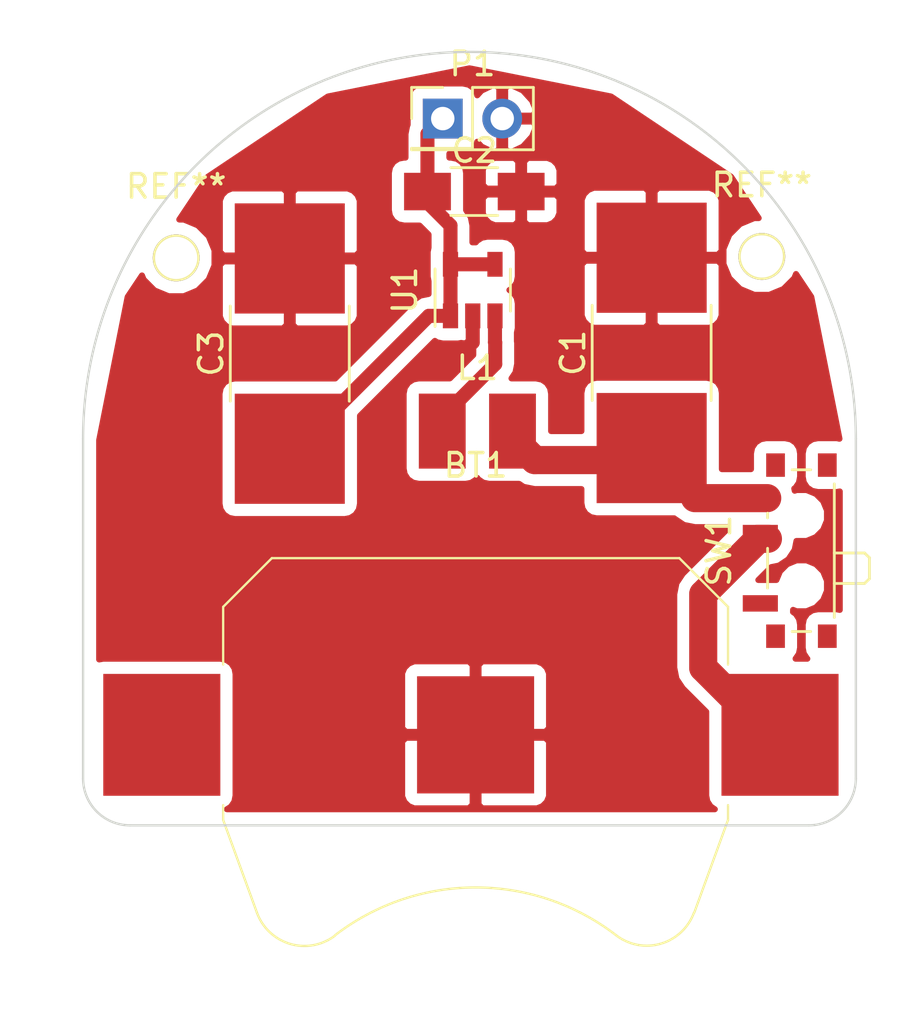
<source format=kicad_pcb>
(kicad_pcb (version 4) (host pcbnew 4.0.1-stable)

  (general
    (links 15)
    (no_connects 1)
    (area 128.45288 86.28888 167.57672 134.252641)
    (thickness 1.6)
    (drawings 6)
    (tracks 25)
    (zones 0)
    (modules 10)
    (nets 6)
  )

  (page A4)
  (layers
    (0 F.Cu signal)
    (31 B.Cu signal)
    (32 B.Adhes user)
    (33 F.Adhes user)
    (34 B.Paste user)
    (35 F.Paste user)
    (36 B.SilkS user)
    (37 F.SilkS user)
    (38 B.Mask user)
    (39 F.Mask user)
    (40 Dwgs.User user)
    (41 Cmts.User user)
    (42 Eco1.User user)
    (43 Eco2.User user)
    (44 Edge.Cuts user)
    (45 Margin user)
    (46 B.CrtYd user)
    (47 F.CrtYd user)
    (48 B.Fab user)
    (49 F.Fab user)
  )

  (setup
    (last_trace_width 0.6)
    (trace_clearance 0.2)
    (zone_clearance 0.508)
    (zone_45_only no)
    (trace_min 0.2)
    (segment_width 0.2)
    (edge_width 0.15)
    (via_size 0.6)
    (via_drill 0.4)
    (via_min_size 0.4)
    (via_min_drill 0.3)
    (uvia_size 0.3)
    (uvia_drill 0.1)
    (uvias_allowed no)
    (uvia_min_size 0.2)
    (uvia_min_drill 0.1)
    (pcb_text_width 0.3)
    (pcb_text_size 1.5 1.5)
    (mod_edge_width 0.15)
    (mod_text_size 1 1)
    (mod_text_width 0.15)
    (pad_size 2 2)
    (pad_drill 1.8)
    (pad_to_mask_clearance 0.2)
    (aux_axis_origin 0 0)
    (visible_elements FFFFFF7F)
    (pcbplotparams
      (layerselection 0x01000_00000001)
      (usegerberextensions false)
      (excludeedgelayer true)
      (linewidth 0.020000)
      (plotframeref false)
      (viasonmask false)
      (mode 1)
      (useauxorigin false)
      (hpglpennumber 1)
      (hpglpenspeed 20)
      (hpglpendiameter 15)
      (hpglpenoverlay 2)
      (psnegative false)
      (psa4output false)
      (plotreference true)
      (plotvalue true)
      (plotinvisibletext false)
      (padsonsilk false)
      (subtractmaskfromsilk false)
      (outputformat 1)
      (mirror false)
      (drillshape 0)
      (scaleselection 1)
      (outputdirectory ""))
  )

  (net 0 "")
  (net 1 GND)
  (net 2 VCC)
  (net 3 LX)
  (net 4 VOUT)
  (net 5 3V)

  (net_class Default "This is the default net class."
    (clearance 0.2)
    (trace_width 0.6)
    (via_dia 0.6)
    (via_drill 0.4)
    (uvia_dia 0.3)
    (uvia_drill 0.1)
    (add_net LX)
    (add_net VOUT)
  )

  (net_class POWER ""
    (clearance 0.1)
    (trace_width 0.6)
    (via_dia 0.8)
    (via_drill 0.4)
    (uvia_dia 0.3)
    (uvia_drill 0.1)
    (add_net 3V)
    (add_net GND)
    (add_net VCC)
  )

  (module battery:STL2032HLD-A (layer F.Cu) (tedit 5A87A8FB) (tstamp 5A83F62F)
    (at 148.76272 117.64264)
    (descr "Keystone 3034 SMD battery holder for 2020, 2025 and 2032 coincell batteries. http://www.keyelco.com/product-pdf.cfm?p=798")
    (tags "Keystone type 3034 coin cell retainer")
    (path /5A77DB37)
    (attr smd)
    (fp_text reference BT1 (at 0 -11.5) (layer F.SilkS)
      (effects (font (size 1 1) (thickness 0.15)))
    )
    (fp_text value BATTERY (at 0 11.5) (layer F.Fab)
      (effects (font (size 1 1) (thickness 0.15)))
    )
    (fp_text user %R (at 0 -2.9) (layer F.Fab)
      (effects (font (size 1 1) (thickness 0.15)))
    )
    (fp_circle (center 0 0) (end 0 10.25) (layer Dwgs.User) (width 0.15))
    (fp_arc (start 0 16.36) (end 6 8.55) (angle -75.1) (layer F.SilkS) (width 0.1))
    (fp_arc (start -7.31 6.85) (end -9.34 7.58) (angle -107.5) (layer F.SilkS) (width 0.1))
    (fp_line (start -10.78 3.63) (end -9.34 7.58) (layer F.SilkS) (width 0.1))
    (fp_line (start -8.7 -7.54) (end -10.78 -5.46) (layer F.SilkS) (width 0.1))
    (fp_line (start 8.7 -7.54) (end -8.7 -7.54) (layer F.SilkS) (width 0.1))
    (fp_line (start 8.7 -7.54) (end 10.78 -5.46) (layer F.SilkS) (width 0.1))
    (fp_line (start 10.78 3.63) (end 9.34 7.58) (layer F.SilkS) (width 0.1))
    (fp_arc (start 7.31 6.85) (end 6 8.55) (angle -107.5) (layer F.SilkS) (width 0.1))
    (fp_line (start -10.78 -5.46) (end -10.78 -3) (layer F.SilkS) (width 0.1))
    (fp_line (start -10.78 3) (end -10.78 3.63) (layer F.SilkS) (width 0.1))
    (fp_line (start 10.78 -5.46) (end 10.78 -3) (layer F.SilkS) (width 0.1))
    (fp_line (start 10.78 3) (end 10.78 3.63) (layer F.SilkS) (width 0.1))
    (fp_line (start -9.19 7.53) (end -10.63 3.6) (layer F.Fab) (width 0.1))
    (fp_line (start -10.63 3.6) (end -10.63 -5.4) (layer F.Fab) (width 0.1))
    (fp_line (start -10.63 -5.4) (end -8.64 -7.39) (layer F.Fab) (width 0.1))
    (fp_line (start -8.64 -7.39) (end 8.64 -7.39) (layer F.Fab) (width 0.1))
    (fp_line (start 8.64 -7.39) (end 10.63 -5.4) (layer F.Fab) (width 0.1))
    (fp_line (start 10.63 -5.4) (end 10.63 3.6) (layer F.Fab) (width 0.1))
    (fp_line (start 10.63 3.6) (end 9.19 7.53) (layer F.Fab) (width 0.1))
    (fp_arc (start 7.31 6.85) (end 6.1 8.43) (angle -107.5) (layer F.Fab) (width 0.1))
    (fp_arc (start 0 16.36) (end 6.1 8.43) (angle -75.1) (layer F.Fab) (width 0.1))
    (fp_arc (start -7.31 6.85) (end -9.19 7.53) (angle -107.5) (layer F.Fab) (width 0.1))
    (fp_line (start 11.87 -2.79) (end 10.88 -2.79) (layer F.CrtYd) (width 0.05))
    (fp_line (start 10.88 -2.79) (end 10.88 -5.5) (layer F.CrtYd) (width 0.05))
    (fp_line (start 10.88 -5.5) (end 8.74 -7.64) (layer F.CrtYd) (width 0.05))
    (fp_line (start 8.74 -7.64) (end 7.2 -7.64) (layer F.CrtYd) (width 0.05))
    (fp_arc (start 0 0) (end 7.2 -7.64) (angle -86.6) (layer F.CrtYd) (width 0.05))
    (fp_line (start -7.2 -7.64) (end -8.74 -7.64) (layer F.CrtYd) (width 0.05))
    (fp_line (start -8.74 -7.64) (end -10.88 -5.5) (layer F.CrtYd) (width 0.05))
    (fp_line (start -10.88 -5.5) (end -10.88 -2.79) (layer F.CrtYd) (width 0.05))
    (fp_line (start -10.88 -2.79) (end -11.87 -2.79) (layer F.CrtYd) (width 0.05))
    (fp_line (start -11.87 -2.79) (end -11.87 2.79) (layer F.CrtYd) (width 0.05))
    (fp_line (start -11.87 2.79) (end -10.88 2.79) (layer F.CrtYd) (width 0.05))
    (fp_line (start -10.88 2.79) (end -10.88 3.64) (layer F.CrtYd) (width 0.05))
    (fp_line (start -10.88 3.64) (end -9.44 7.62) (layer F.CrtYd) (width 0.05))
    (fp_arc (start -7.31 6.85) (end -9.43 7.62) (angle -106.9) (layer F.CrtYd) (width 0.05))
    (fp_arc (start 0 0) (end -5.96 8.64) (angle -69.1) (layer F.CrtYd) (width 0.05))
    (fp_arc (start 7.31 6.85) (end 5.96 8.64) (angle -106.9) (layer F.CrtYd) (width 0.05))
    (fp_line (start 9.43 7.63) (end 10.88 3.64) (layer F.CrtYd) (width 0.05))
    (fp_line (start 10.88 3.64) (end 10.88 2.79) (layer F.CrtYd) (width 0.05))
    (fp_line (start 10.88 2.79) (end 11.87 2.79) (layer F.CrtYd) (width 0.05))
    (fp_line (start 11.87 2.79) (end 11.87 -2.79) (layer F.CrtYd) (width 0.05))
    (pad 2 smd rect (at 0 0) (size 5 5) (layers F.Cu F.Paste F.Mask)
      (net 1 GND))
    (pad 1 smd rect (at 13 0) (size 5 5.2) (layers F.Cu F.Paste F.Mask)
      (net 2 VCC))
    (pad 1 smd rect (at -13.4 0) (size 5 5.2) (layers F.Cu F.Paste F.Mask)
      (net 2 VCC))
    (model ${KISYS3DMOD}/Battery_Holders.3dshapes/Keystone_3034_1x20mm-CoinCell.wrl
      (at (xyz 0 0 0))
      (scale (xyz 1 1 1))
      (rotate (xyz 0 0 0))
    )
  )

  (module Connectors:1pin (layer F.Cu) (tedit 5A86D21A) (tstamp 5A8AB55B)
    (at 135.97636 97.29216)
    (descr "module 1 pin (ou trou mecanique de percage)")
    (tags DEV)
    (fp_text reference REF** (at 0 -3.048) (layer F.SilkS)
      (effects (font (size 1 1) (thickness 0.15)))
    )
    (fp_text value 1pin (at 0 3) (layer F.Fab)
      (effects (font (size 1 1) (thickness 0.15)))
    )
    (pad "" np_thru_hole circle (at 0 0) (size 2 2) (drill 1.8) (layers *.Cu *.Mask F.SilkS))
  )

  (module Connectors:1pin (layer F.Cu) (tedit 5A86D1DC) (tstamp 5A8AB553)
    (at 160.9852 97.2312)
    (descr "module 1 pin (ou trou mecanique de percage)")
    (tags DEV)
    (fp_text reference REF** (at 0 -3.048) (layer F.SilkS)
      (effects (font (size 1 1) (thickness 0.15)))
    )
    (fp_text value 1pin (at 0 3) (layer F.Fab)
      (effects (font (size 1 1) (thickness 0.15)))
    )
    (pad "" np_thru_hole circle (at 0 0) (size 2 2) (drill 1.8) (layers *.Cu *.Mask F.SilkS))
  )

  (module Resistors_SMD:R_2816_HandSoldering (layer F.Cu) (tedit 58E0A804) (tstamp 5A83F0C7)
    (at 156.28112 101.346 90)
    (descr "Resistor SMD 2816, hand soldering, Vishay (see WSL-VISHAY.PDF)")
    (tags "resistor 2816")
    (path /5A83D013)
    (attr smd)
    (fp_text reference C1 (at 0 -3.36 90) (layer F.SilkS)
      (effects (font (size 1 1) (thickness 0.15)))
    )
    (fp_text value 47uF (at 0 3.81 90) (layer F.Fab)
      (effects (font (size 1 1) (thickness 0.15)))
    )
    (fp_text user %R (at 0 0 90) (layer F.Fab)
      (effects (font (size 1 1) (thickness 0.15)))
    )
    (fp_line (start -3.55 2.1) (end -3.55 -2.1) (layer F.Fab) (width 0.1))
    (fp_line (start 3.55 2.1) (end -3.55 2.1) (layer F.Fab) (width 0.1))
    (fp_line (start 3.55 -2.1) (end 3.55 2.1) (layer F.Fab) (width 0.1))
    (fp_line (start -3.55 -2.1) (end 3.55 -2.1) (layer F.Fab) (width 0.1))
    (fp_line (start -2.03 2.54) (end 2.03 2.54) (layer F.SilkS) (width 0.12))
    (fp_line (start -2.03 -2.54) (end 2.03 -2.54) (layer F.SilkS) (width 0.12))
    (fp_line (start -6.67 -2.6) (end 6.66 -2.6) (layer F.CrtYd) (width 0.05))
    (fp_line (start -6.67 -2.6) (end -6.67 2.6) (layer F.CrtYd) (width 0.05))
    (fp_line (start 6.66 2.6) (end 6.66 -2.6) (layer F.CrtYd) (width 0.05))
    (fp_line (start 6.66 2.6) (end -6.67 2.6) (layer F.CrtYd) (width 0.05))
    (pad 1 smd rect (at -4.06 0 90) (size 4.7 4.7) (layers F.Cu F.Paste F.Mask)
      (net 5 3V))
    (pad 2 smd rect (at 4.06 0 90) (size 4.7 4.7) (layers F.Cu F.Paste F.Mask)
      (net 1 GND))
    (model ${KISYS3DMOD}/Resistors_SMD.3dshapes/R_2816.wrl
      (at (xyz 0 0 0))
      (scale (xyz 1 1 1))
      (rotate (xyz 0 0 0))
    )
  )

  (module Capacitors_SMD:C_1206_HandSoldering (layer F.Cu) (tedit 58AA84D1) (tstamp 5A83F0CD)
    (at 148.70836 94.4626)
    (descr "Capacitor SMD 1206, hand soldering")
    (tags "capacitor 1206")
    (path /5A83E63B)
    (attr smd)
    (fp_text reference C2 (at 0 -1.75) (layer F.SilkS)
      (effects (font (size 1 1) (thickness 0.15)))
    )
    (fp_text value 0.1uF (at 0 2) (layer F.Fab)
      (effects (font (size 1 1) (thickness 0.15)))
    )
    (fp_text user %R (at 0 -1.75) (layer F.Fab)
      (effects (font (size 1 1) (thickness 0.15)))
    )
    (fp_line (start -1.6 0.8) (end -1.6 -0.8) (layer F.Fab) (width 0.1))
    (fp_line (start 1.6 0.8) (end -1.6 0.8) (layer F.Fab) (width 0.1))
    (fp_line (start 1.6 -0.8) (end 1.6 0.8) (layer F.Fab) (width 0.1))
    (fp_line (start -1.6 -0.8) (end 1.6 -0.8) (layer F.Fab) (width 0.1))
    (fp_line (start 1 -1.02) (end -1 -1.02) (layer F.SilkS) (width 0.12))
    (fp_line (start -1 1.02) (end 1 1.02) (layer F.SilkS) (width 0.12))
    (fp_line (start -3.25 -1.05) (end 3.25 -1.05) (layer F.CrtYd) (width 0.05))
    (fp_line (start -3.25 -1.05) (end -3.25 1.05) (layer F.CrtYd) (width 0.05))
    (fp_line (start 3.25 1.05) (end 3.25 -1.05) (layer F.CrtYd) (width 0.05))
    (fp_line (start 3.25 1.05) (end -3.25 1.05) (layer F.CrtYd) (width 0.05))
    (pad 1 smd rect (at -2 0) (size 2 1.6) (layers F.Cu F.Paste F.Mask)
      (net 4 VOUT))
    (pad 2 smd rect (at 2 0) (size 2 1.6) (layers F.Cu F.Paste F.Mask)
      (net 1 GND))
    (model Capacitors_SMD.3dshapes/C_1206.wrl
      (at (xyz 0 0 0))
      (scale (xyz 1 1 1))
      (rotate (xyz 0 0 0))
    )
  )

  (module Resistors_SMD:R_2816_HandSoldering (layer F.Cu) (tedit 58E0A804) (tstamp 5A83F0D3)
    (at 140.82776 101.37648 90)
    (descr "Resistor SMD 2816, hand soldering, Vishay (see WSL-VISHAY.PDF)")
    (tags "resistor 2816")
    (path /5A83E675)
    (attr smd)
    (fp_text reference C3 (at 0 -3.36 90) (layer F.SilkS)
      (effects (font (size 1 1) (thickness 0.15)))
    )
    (fp_text value 47uF (at 0 3.81 90) (layer F.Fab)
      (effects (font (size 1 1) (thickness 0.15)))
    )
    (fp_text user %R (at 0 0 90) (layer F.Fab)
      (effects (font (size 1 1) (thickness 0.15)))
    )
    (fp_line (start -3.55 2.1) (end -3.55 -2.1) (layer F.Fab) (width 0.1))
    (fp_line (start 3.55 2.1) (end -3.55 2.1) (layer F.Fab) (width 0.1))
    (fp_line (start 3.55 -2.1) (end 3.55 2.1) (layer F.Fab) (width 0.1))
    (fp_line (start -3.55 -2.1) (end 3.55 -2.1) (layer F.Fab) (width 0.1))
    (fp_line (start -2.03 2.54) (end 2.03 2.54) (layer F.SilkS) (width 0.12))
    (fp_line (start -2.03 -2.54) (end 2.03 -2.54) (layer F.SilkS) (width 0.12))
    (fp_line (start -6.67 -2.6) (end 6.66 -2.6) (layer F.CrtYd) (width 0.05))
    (fp_line (start -6.67 -2.6) (end -6.67 2.6) (layer F.CrtYd) (width 0.05))
    (fp_line (start 6.66 2.6) (end 6.66 -2.6) (layer F.CrtYd) (width 0.05))
    (fp_line (start 6.66 2.6) (end -6.67 2.6) (layer F.CrtYd) (width 0.05))
    (pad 1 smd rect (at -4.06 0 90) (size 4.7 4.7) (layers F.Cu F.Paste F.Mask)
      (net 4 VOUT))
    (pad 2 smd rect (at 4.06 0 90) (size 4.7 4.7) (layers F.Cu F.Paste F.Mask)
      (net 1 GND))
    (model ${KISYS3DMOD}/Resistors_SMD.3dshapes/R_2816.wrl
      (at (xyz 0 0 0))
      (scale (xyz 1 1 1))
      (rotate (xyz 0 0 0))
    )
  )

  (module CD32:CD32 (layer F.Cu) (tedit 576F0067) (tstamp 5A83F0D9)
    (at 148.83892 104.68356 90)
    (path /5A83CF45)
    (fp_text reference L1 (at 2.7 0 180) (layer F.SilkS)
      (effects (font (size 1 1) (thickness 0.15)))
    )
    (fp_text value 22uH (at 0 -3.45 90) (layer F.Fab)
      (effects (font (size 1 1) (thickness 0.15)))
    )
    (pad 2 smd rect (at 0 1.5 90) (size 3.2 2) (layers F.Cu F.Paste F.Mask)
      (net 5 3V))
    (pad 1 smd rect (at 0 -1.5 90) (size 3.2 2) (layers F.Cu F.Paste F.Mask)
      (net 3 LX))
  )

  (module Buttons_Switches_SMD:SW_SPDT_PCM12 (layer F.Cu) (tedit 58724DAF) (tstamp 5A83F134)
    (at 162.35172 109.78388 90)
    (descr "Ultraminiature Surface Mount Slide Switch")
    (path /5A77DDB5)
    (attr smd)
    (fp_text reference SW1 (at 0 -3.2 90) (layer F.SilkS)
      (effects (font (size 1 1) (thickness 0.15)))
    )
    (fp_text value SWITCH_INV (at 0 4.25 90) (layer F.Fab)
      (effects (font (size 1 1) (thickness 0.15)))
    )
    (fp_text user %R (at 0 -3.2 90) (layer F.Fab)
      (effects (font (size 1 1) (thickness 0.15)))
    )
    (fp_line (start -1.4 1.65) (end -1.4 2.95) (layer F.Fab) (width 0.1))
    (fp_line (start -1.4 2.95) (end -1.2 3.15) (layer F.Fab) (width 0.1))
    (fp_line (start -1.2 3.15) (end -0.35 3.15) (layer F.Fab) (width 0.1))
    (fp_line (start -0.35 3.15) (end -0.15 2.95) (layer F.Fab) (width 0.1))
    (fp_line (start -0.15 2.95) (end -0.1 2.9) (layer F.Fab) (width 0.1))
    (fp_line (start -0.1 2.9) (end -0.1 1.6) (layer F.Fab) (width 0.1))
    (fp_line (start -3.35 -1) (end -3.35 1.6) (layer F.Fab) (width 0.1))
    (fp_line (start -3.35 1.6) (end 3.35 1.6) (layer F.Fab) (width 0.1))
    (fp_line (start 3.35 1.6) (end 3.35 -1) (layer F.Fab) (width 0.1))
    (fp_line (start 3.35 -1) (end -3.35 -1) (layer F.Fab) (width 0.1))
    (fp_line (start 1.4 -1.12) (end 1.6 -1.12) (layer F.SilkS) (width 0.12))
    (fp_line (start -4.4 -2.45) (end 4.4 -2.45) (layer F.CrtYd) (width 0.05))
    (fp_line (start 4.4 -2.45) (end 4.4 2.1) (layer F.CrtYd) (width 0.05))
    (fp_line (start 4.4 2.1) (end 1.65 2.1) (layer F.CrtYd) (width 0.05))
    (fp_line (start 1.65 2.1) (end 1.65 3.4) (layer F.CrtYd) (width 0.05))
    (fp_line (start 1.65 3.4) (end -1.65 3.4) (layer F.CrtYd) (width 0.05))
    (fp_line (start -1.65 3.4) (end -1.65 2.1) (layer F.CrtYd) (width 0.05))
    (fp_line (start -1.65 2.1) (end -4.4 2.1) (layer F.CrtYd) (width 0.05))
    (fp_line (start -4.4 2.1) (end -4.4 -2.45) (layer F.CrtYd) (width 0.05))
    (fp_line (start -1.4 3.02) (end -1.2 3.23) (layer F.SilkS) (width 0.12))
    (fp_line (start -0.1 3.02) (end -0.3 3.23) (layer F.SilkS) (width 0.12))
    (fp_line (start -1.4 1.73) (end -1.4 3.02) (layer F.SilkS) (width 0.12))
    (fp_line (start -1.2 3.23) (end -0.3 3.23) (layer F.SilkS) (width 0.12))
    (fp_line (start -0.1 3.02) (end -0.1 1.73) (layer F.SilkS) (width 0.12))
    (fp_line (start -2.85 1.73) (end 2.85 1.73) (layer F.SilkS) (width 0.12))
    (fp_line (start -1.6 -1.12) (end 0.1 -1.12) (layer F.SilkS) (width 0.12))
    (fp_line (start -3.45 -0.07) (end -3.45 0.72) (layer F.SilkS) (width 0.12))
    (fp_line (start 3.45 0.72) (end 3.45 -0.07) (layer F.SilkS) (width 0.12))
    (pad "" np_thru_hole circle (at -1.5 0.33 90) (size 0.9 0.9) (drill 0.9) (layers *.Cu *.Mask))
    (pad "" np_thru_hole circle (at 1.5 0.33 90) (size 0.9 0.9) (drill 0.9) (layers *.Cu *.Mask))
    (pad 1 smd rect (at -2.25 -1.43 90) (size 0.7 1.5) (layers F.Cu F.Paste F.Mask))
    (pad 2 smd rect (at 0.75 -1.43 90) (size 0.7 1.5) (layers F.Cu F.Paste F.Mask)
      (net 2 VCC))
    (pad 3 smd rect (at 2.25 -1.43 90) (size 0.7 1.5) (layers F.Cu F.Paste F.Mask)
      (net 5 3V))
    (pad "" smd rect (at -3.65 1.43 90) (size 1 0.8) (layers F.Cu F.Paste F.Mask))
    (pad "" smd rect (at 3.65 1.43 90) (size 1 0.8) (layers F.Cu F.Paste F.Mask))
    (pad "" smd rect (at 3.65 -0.78 90) (size 1 0.8) (layers F.Cu F.Paste F.Mask))
    (pad "" smd rect (at -3.65 -0.78 90) (size 1 0.8) (layers F.Cu F.Paste F.Mask))
    (model ${KISYS3DMOD}/Buttons_Switches_SMD.3dshapes/SW_SPDT_PCM12.wrl
      (at (xyz 0 0 0))
      (scale (xyz 1 1 1))
      (rotate (xyz 0 0 0))
    )
  )

  (module Pin_Headers:Pin_Header_Straight_2x01_Pitch2.54mm (layer F.Cu) (tedit 59650532) (tstamp 5A83F6FA)
    (at 147.36064 91.34856)
    (descr "Through hole straight pin header, 2x01, 2.54mm pitch, double rows")
    (tags "Through hole pin header THT 2x01 2.54mm double row")
    (path /5A77DC8D)
    (fp_text reference P1 (at 1.27 -2.33) (layer F.SilkS)
      (effects (font (size 1 1) (thickness 0.15)))
    )
    (fp_text value MOTOR (at 1.27 2.33) (layer F.Fab)
      (effects (font (size 1 1) (thickness 0.15)))
    )
    (fp_line (start 0 -1.27) (end 3.81 -1.27) (layer F.Fab) (width 0.1))
    (fp_line (start 3.81 -1.27) (end 3.81 1.27) (layer F.Fab) (width 0.1))
    (fp_line (start 3.81 1.27) (end -1.27 1.27) (layer F.Fab) (width 0.1))
    (fp_line (start -1.27 1.27) (end -1.27 0) (layer F.Fab) (width 0.1))
    (fp_line (start -1.27 0) (end 0 -1.27) (layer F.Fab) (width 0.1))
    (fp_line (start -1.33 1.33) (end 3.87 1.33) (layer F.SilkS) (width 0.12))
    (fp_line (start -1.33 1.27) (end -1.33 1.33) (layer F.SilkS) (width 0.12))
    (fp_line (start 3.87 -1.33) (end 3.87 1.33) (layer F.SilkS) (width 0.12))
    (fp_line (start -1.33 1.27) (end 1.27 1.27) (layer F.SilkS) (width 0.12))
    (fp_line (start 1.27 1.27) (end 1.27 -1.33) (layer F.SilkS) (width 0.12))
    (fp_line (start 1.27 -1.33) (end 3.87 -1.33) (layer F.SilkS) (width 0.12))
    (fp_line (start -1.33 0) (end -1.33 -1.33) (layer F.SilkS) (width 0.12))
    (fp_line (start -1.33 -1.33) (end 0 -1.33) (layer F.SilkS) (width 0.12))
    (fp_line (start -1.8 -1.8) (end -1.8 1.8) (layer F.CrtYd) (width 0.05))
    (fp_line (start -1.8 1.8) (end 4.35 1.8) (layer F.CrtYd) (width 0.05))
    (fp_line (start 4.35 1.8) (end 4.35 -1.8) (layer F.CrtYd) (width 0.05))
    (fp_line (start 4.35 -1.8) (end -1.8 -1.8) (layer F.CrtYd) (width 0.05))
    (fp_text user %R (at 1.27 0 90) (layer F.Fab)
      (effects (font (size 1 1) (thickness 0.15)))
    )
    (pad 1 thru_hole rect (at 0 0) (size 1.7 1.7) (drill 1) (layers *.Cu *.Mask)
      (net 4 VOUT))
    (pad 2 thru_hole oval (at 2.54 0) (size 1.7 1.7) (drill 1) (layers *.Cu *.Mask)
      (net 1 GND))
    (model ${KISYS3DMOD}/Pin_Headers.3dshapes/Pin_Header_Straight_2x01_Pitch2.54mm.wrl
      (at (xyz 0 0 0))
      (scale (xyz 1 1 1))
      (rotate (xyz 0 0 0))
    )
  )

  (module TO_SOT_Packages_SMD:SOT-23-5 (layer F.Cu) (tedit 58CE4E7E) (tstamp 5A84089C)
    (at 148.6408 98.66612 90)
    (descr "5-pin SOT23 package")
    (tags SOT-23-5)
    (path /5A83CD01)
    (attr smd)
    (fp_text reference U1 (at 0 -2.9 90) (layer F.SilkS)
      (effects (font (size 1 1) (thickness 0.15)))
    )
    (fp_text value MH7601 (at 0 2.9 90) (layer F.Fab)
      (effects (font (size 1 1) (thickness 0.15)))
    )
    (fp_text user %R (at 0 0 180) (layer F.Fab)
      (effects (font (size 0.5 0.5) (thickness 0.075)))
    )
    (fp_line (start -0.9 1.61) (end 0.9 1.61) (layer F.SilkS) (width 0.12))
    (fp_line (start 0.9 -1.61) (end -1.55 -1.61) (layer F.SilkS) (width 0.12))
    (fp_line (start -1.9 -1.8) (end 1.9 -1.8) (layer F.CrtYd) (width 0.05))
    (fp_line (start 1.9 -1.8) (end 1.9 1.8) (layer F.CrtYd) (width 0.05))
    (fp_line (start 1.9 1.8) (end -1.9 1.8) (layer F.CrtYd) (width 0.05))
    (fp_line (start -1.9 1.8) (end -1.9 -1.8) (layer F.CrtYd) (width 0.05))
    (fp_line (start -0.9 -0.9) (end -0.25 -1.55) (layer F.Fab) (width 0.1))
    (fp_line (start 0.9 -1.55) (end -0.25 -1.55) (layer F.Fab) (width 0.1))
    (fp_line (start -0.9 -0.9) (end -0.9 1.55) (layer F.Fab) (width 0.1))
    (fp_line (start 0.9 1.55) (end -0.9 1.55) (layer F.Fab) (width 0.1))
    (fp_line (start 0.9 -1.55) (end 0.9 1.55) (layer F.Fab) (width 0.1))
    (pad 1 smd rect (at -1.1 -0.95 90) (size 1.06 0.65) (layers F.Cu F.Paste F.Mask)
      (net 4 VOUT))
    (pad 2 smd rect (at -1.1 0 90) (size 1.06 0.65) (layers F.Cu F.Paste F.Mask)
      (net 1 GND))
    (pad 3 smd rect (at -1.1 0.95 90) (size 1.06 0.65) (layers F.Cu F.Paste F.Mask)
      (net 3 LX))
    (pad 4 smd rect (at 1.1 0.95 90) (size 1.06 0.65) (layers F.Cu F.Paste F.Mask)
      (net 4 VOUT))
    (pad 5 smd rect (at 1.1 -0.95 90) (size 1.06 0.65) (layers F.Cu F.Paste F.Mask)
      (net 4 VOUT))
    (model ${KISYS3DMOD}/TO_SOT_Packages_SMD.3dshapes/SOT-23-5.wrl
      (at (xyz 0 0 0))
      (scale (xyz 1 1 1))
      (rotate (xyz 0 0 0))
    )
  )

  (gr_line (start 132.0011 119.5036) (end 132.0011 105.0036) (layer Edge.Cuts) (width 0.1))
  (gr_arc (start 148.5011 105.0036) (end 165.0011 105.0036) (angle -180) (layer Edge.Cuts) (width 0.1))
  (gr_line (start 165.0011 105.0036) (end 165.0011 119.5036) (layer Edge.Cuts) (width 0.1))
  (gr_arc (start 163.0011 119.5036) (end 163.0011 121.5036) (angle -90) (layer Edge.Cuts) (width 0.1))
  (gr_arc (start 134.0011 119.5036) (end 132.0011 119.5036) (angle -90) (layer Edge.Cuts) (width 0.1))
  (gr_line (start 163.0011 121.5036) (end 134.0011 121.5036) (layer Edge.Cuts) (width 0.1))

  (segment (start 148.6408 99.76612) (end 148.6408 100.89612) (width 0.6) (layer F.Cu) (net 1))
  (segment (start 148.6408 100.89612) (end 148.4246 101.11232) (width 0.6) (layer F.Cu) (net 1))
  (segment (start 161.24684 109.27772) (end 160.84684 109.27772) (width 1.2) (layer F.Cu) (net 2) (status 30))
  (segment (start 158.48408 111.64048) (end 158.48408 114.78244) (width 1.2) (layer F.Cu) (net 2))
  (segment (start 158.48408 114.78244) (end 162.18408 118.48244) (width 1.2) (layer F.Cu) (net 2) (status 20))
  (segment (start 160.84684 109.27772) (end 158.48408 111.64048) (width 1.2) (layer F.Cu) (net 2) (status 10))
  (segment (start 162.18408 118.48244) (end 162.18408 118.58244) (width 1.2) (layer F.Cu) (net 2) (status 30))
  (segment (start 149.60092 100.90624) (end 149.60092 101.82156) (width 0.6) (layer F.Cu) (net 3))
  (segment (start 149.60092 101.82156) (end 147.33892 104.08356) (width 0.6) (layer F.Cu) (net 3))
  (segment (start 147.33892 104.08356) (end 147.33892 104.68356) (width 0.6) (layer F.Cu) (net 3))
  (segment (start 149.5908 99.76612) (end 149.5908 100.89612) (width 0.6) (layer F.Cu) (net 3))
  (segment (start 149.5908 100.89612) (end 149.60092 100.90624) (width 0.6) (layer F.Cu) (net 3))
  (segment (start 147.37448 105.00868) (end 147.37448 104.40868) (width 0.6) (layer F.Cu) (net 3) (status 30))
  (segment (start 146.70684 94.92488) (end 146.70684 92.00236) (width 0.6) (layer F.Cu) (net 4) (status 30))
  (segment (start 146.70684 92.00236) (end 147.36064 91.34856) (width 0.6) (layer F.Cu) (net 4) (status 30))
  (segment (start 147.6908 97.56612) (end 147.6908 95.90884) (width 0.6) (layer F.Cu) (net 4) (status 10))
  (segment (start 147.6908 95.90884) (end 146.70684 94.92488) (width 0.6) (layer F.Cu) (net 4) (status 20))
  (segment (start 147.6908 97.56612) (end 149.5908 97.56612) (width 0.6) (layer F.Cu) (net 4) (status 30))
  (segment (start 147.6908 99.76612) (end 147.6908 97.56612) (width 0.6) (layer F.Cu) (net 4) (status 30))
  (segment (start 147.6908 99.76612) (end 146.7658 99.76612) (width 0.6) (layer F.Cu) (net 4) (status 10))
  (segment (start 146.7658 99.76612) (end 140.70428 105.82764) (width 0.6) (layer F.Cu) (net 4) (status 20))
  (segment (start 140.70428 105.82764) (end 140.68044 105.82764) (width 0.6) (layer F.Cu) (net 4) (status 30))
  (segment (start 156.30144 105.91908) (end 151.28488 105.91908) (width 1.2) (layer F.Cu) (net 5) (status 30))
  (segment (start 151.28488 105.91908) (end 150.37448 105.00868) (width 1.2) (layer F.Cu) (net 5) (status 30))
  (segment (start 161.217 107.5436) (end 158.13024 107.5436) (width 1.2) (layer F.Cu) (net 5) (status 30))

  (zone (net 1) (net_name GND) (layer F.Cu) (tstamp 0) (hatch edge 0.508)
    (connect_pads (clearance 0.508))
    (min_thickness 0.254)
    (fill yes (arc_segments 16) (thermal_gap 0.508) (thermal_bridge_width 0.508))
    (polygon
      (pts
        (xy 129.02692 86.28888) (xy 167.22344 86.57844) (xy 166.79164 123.61672) (xy 128.45288 123.75896) (xy 129.17424 86.28888)
      )
    )
    (filled_polygon
      (pts
        (xy 154.548102 90.404844) (xy 159.674504 93.830196) (xy 160.854433 95.596085) (xy 160.661405 95.595916) (xy 160.060257 95.844306)
        (xy 159.599922 96.303837) (xy 159.350484 96.904552) (xy 159.349916 97.554995) (xy 159.598306 98.156143) (xy 160.057837 98.616478)
        (xy 160.658552 98.865916) (xy 161.308995 98.866484) (xy 161.910143 98.618094) (xy 162.370478 98.158563) (xy 162.445655 97.977516)
        (xy 163.099856 98.956596) (xy 164.3042 105.011243) (xy 164.18172 104.98644) (xy 163.38172 104.98644) (xy 163.146403 105.030718)
        (xy 162.930279 105.16979) (xy 162.785289 105.38199) (xy 162.73428 105.63388) (xy 162.73428 106.63388) (xy 162.778558 106.869197)
        (xy 162.91763 107.085321) (xy 163.12983 107.230311) (xy 163.38172 107.28132) (xy 164.18172 107.28132) (xy 164.3161 107.256035)
        (xy 164.3161 112.313653) (xy 164.18172 112.28644) (xy 163.38172 112.28644) (xy 163.146403 112.330718) (xy 162.930279 112.46979)
        (xy 162.785289 112.68199) (xy 162.73428 112.93388) (xy 162.73428 113.93388) (xy 162.778558 114.169197) (xy 162.91763 114.385321)
        (xy 162.932088 114.3952) (xy 162.425054 114.3952) (xy 162.568151 114.18577) (xy 162.61916 113.93388) (xy 162.61916 112.93388)
        (xy 162.574882 112.698563) (xy 162.43581 112.482439) (xy 162.315806 112.400444) (xy 162.31916 112.38388) (xy 162.31916 112.308152)
        (xy 162.464953 112.368691) (xy 162.896593 112.369068) (xy 163.29552 112.204234) (xy 163.601002 111.899285) (xy 163.766531 111.500647)
        (xy 163.766908 111.069007) (xy 163.602074 110.67008) (xy 163.297125 110.364598) (xy 162.898487 110.199069) (xy 162.466847 110.198692)
        (xy 162.06792 110.363526) (xy 161.762438 110.668475) (xy 161.609646 111.03644) (xy 160.834674 111.03644) (xy 161.386093 110.485021)
        (xy 161.719454 110.418711) (xy 162.120117 110.150997) (xy 162.387831 109.750334) (xy 162.463837 109.368228) (xy 162.464953 109.368691)
        (xy 162.896593 109.369068) (xy 163.29552 109.204234) (xy 163.601002 108.899285) (xy 163.766531 108.500647) (xy 163.766908 108.069007)
        (xy 163.602074 107.67008) (xy 163.297125 107.364598) (xy 162.898487 107.199069) (xy 162.466847 107.198692) (xy 162.389731 107.230556)
        (xy 162.370144 107.132085) (xy 162.423161 107.09797) (xy 162.568151 106.88577) (xy 162.61916 106.63388) (xy 162.61916 105.63388)
        (xy 162.574882 105.398563) (xy 162.43581 105.182439) (xy 162.22361 105.037449) (xy 161.97172 104.98644) (xy 161.17172 104.98644)
        (xy 160.936403 105.030718) (xy 160.720279 105.16979) (xy 160.575289 105.38199) (xy 160.52428 105.63388) (xy 160.52428 106.3086)
        (xy 159.27856 106.3086) (xy 159.27856 103.056) (xy 159.234282 102.820683) (xy 159.09521 102.604559) (xy 158.88301 102.459569)
        (xy 158.63112 102.40856) (xy 153.93112 102.40856) (xy 153.695803 102.452838) (xy 153.479679 102.59191) (xy 153.334689 102.80411)
        (xy 153.28368 103.056) (xy 153.28368 104.68408) (xy 151.98636 104.68408) (xy 151.98636 103.08356) (xy 151.942082 102.848243)
        (xy 151.80301 102.632119) (xy 151.59081 102.487129) (xy 151.33892 102.43612) (xy 150.293192 102.43612) (xy 150.464747 102.179369)
        (xy 150.53592 101.82156) (xy 150.53592 100.90624) (xy 150.5258 100.855364) (xy 150.5258 100.481004) (xy 150.56324 100.29612)
        (xy 150.56324 99.23612) (xy 150.518962 99.000803) (xy 150.37989 98.784679) (xy 150.204568 98.664887) (xy 150.367241 98.56021)
        (xy 150.512231 98.34801) (xy 150.56324 98.09612) (xy 150.56324 97.57175) (xy 153.29612 97.57175) (xy 153.29612 99.762309)
        (xy 153.392793 99.995698) (xy 153.571421 100.174327) (xy 153.80481 100.271) (xy 155.99537 100.271) (xy 156.15412 100.11225)
        (xy 156.15412 97.413) (xy 156.40812 97.413) (xy 156.40812 100.11225) (xy 156.56687 100.271) (xy 158.75743 100.271)
        (xy 158.990819 100.174327) (xy 159.169447 99.995698) (xy 159.26612 99.762309) (xy 159.26612 97.57175) (xy 159.10737 97.413)
        (xy 156.40812 97.413) (xy 156.15412 97.413) (xy 153.45487 97.413) (xy 153.29612 97.57175) (xy 150.56324 97.57175)
        (xy 150.56324 97.03612) (xy 150.518962 96.800803) (xy 150.37989 96.584679) (xy 150.16769 96.439689) (xy 149.9158 96.38868)
        (xy 149.2658 96.38868) (xy 149.030483 96.432958) (xy 148.814359 96.57203) (xy 148.773985 96.63112) (xy 148.6258 96.63112)
        (xy 148.6258 95.908845) (xy 148.625801 95.90884) (xy 148.554627 95.551032) (xy 148.554627 95.551031) (xy 148.3558 95.253464)
        (xy 148.3558 94.74835) (xy 149.07336 94.74835) (xy 149.07336 95.38891) (xy 149.170033 95.622299) (xy 149.348662 95.800927)
        (xy 149.582051 95.8976) (xy 150.42261 95.8976) (xy 150.58136 95.73885) (xy 150.58136 94.5896) (xy 150.83536 94.5896)
        (xy 150.83536 95.73885) (xy 150.99411 95.8976) (xy 151.834669 95.8976) (xy 152.068058 95.800927) (xy 152.246687 95.622299)
        (xy 152.34336 95.38891) (xy 152.34336 94.809691) (xy 153.29612 94.809691) (xy 153.29612 97.00025) (xy 153.45487 97.159)
        (xy 156.15412 97.159) (xy 156.15412 94.45975) (xy 156.40812 94.45975) (xy 156.40812 97.159) (xy 159.10737 97.159)
        (xy 159.26612 97.00025) (xy 159.26612 94.809691) (xy 159.169447 94.576302) (xy 158.990819 94.397673) (xy 158.75743 94.301)
        (xy 156.56687 94.301) (xy 156.40812 94.45975) (xy 156.15412 94.45975) (xy 155.99537 94.301) (xy 153.80481 94.301)
        (xy 153.571421 94.397673) (xy 153.392793 94.576302) (xy 153.29612 94.809691) (xy 152.34336 94.809691) (xy 152.34336 94.74835)
        (xy 152.18461 94.5896) (xy 150.83536 94.5896) (xy 150.58136 94.5896) (xy 149.23211 94.5896) (xy 149.07336 94.74835)
        (xy 148.3558 94.74835) (xy 148.3558 93.6626) (xy 148.332034 93.53629) (xy 149.07336 93.53629) (xy 149.07336 94.17685)
        (xy 149.23211 94.3356) (xy 150.58136 94.3356) (xy 150.58136 93.18635) (xy 150.83536 93.18635) (xy 150.83536 94.3356)
        (xy 152.18461 94.3356) (xy 152.34336 94.17685) (xy 152.34336 93.53629) (xy 152.246687 93.302901) (xy 152.068058 93.124273)
        (xy 151.834669 93.0276) (xy 150.99411 93.0276) (xy 150.83536 93.18635) (xy 150.58136 93.18635) (xy 150.42261 93.0276)
        (xy 149.582051 93.0276) (xy 149.348662 93.124273) (xy 149.170033 93.302901) (xy 149.07336 93.53629) (xy 148.332034 93.53629)
        (xy 148.311522 93.427283) (xy 148.17245 93.211159) (xy 147.96025 93.066169) (xy 147.70836 93.01516) (xy 147.64184 93.01516)
        (xy 147.64184 92.846) (xy 148.21064 92.846) (xy 148.445957 92.801722) (xy 148.662081 92.66265) (xy 148.807071 92.45045)
        (xy 148.830195 92.336259) (xy 149.019282 92.543743) (xy 149.543748 92.790046) (xy 149.77364 92.669379) (xy 149.77364 91.47556)
        (xy 150.02764 91.47556) (xy 150.02764 92.669379) (xy 150.257532 92.790046) (xy 150.781998 92.543743) (xy 151.172285 92.115484)
        (xy 151.342116 91.70545) (xy 151.220795 91.47556) (xy 150.02764 91.47556) (xy 149.77364 91.47556) (xy 149.75364 91.47556)
        (xy 149.75364 91.22156) (xy 149.77364 91.22156) (xy 149.77364 90.027741) (xy 150.02764 90.027741) (xy 150.02764 91.22156)
        (xy 151.220795 91.22156) (xy 151.342116 90.99167) (xy 151.172285 90.581636) (xy 150.781998 90.153377) (xy 150.257532 89.907074)
        (xy 150.02764 90.027741) (xy 149.77364 90.027741) (xy 149.543748 89.907074) (xy 149.019282 90.153377) (xy 148.831832 90.359064)
        (xy 148.813802 90.263243) (xy 148.67473 90.047119) (xy 148.46253 89.902129) (xy 148.21064 89.85112) (xy 146.51064 89.85112)
        (xy 146.275323 89.895398) (xy 146.059199 90.03447) (xy 145.914209 90.24667) (xy 145.8632 90.49856) (xy 145.8632 91.614339)
        (xy 145.843013 91.644551) (xy 145.77184 92.00236) (xy 145.77184 93.01516) (xy 145.70836 93.01516) (xy 145.473043 93.059438)
        (xy 145.256919 93.19851) (xy 145.111929 93.41071) (xy 145.06092 93.6626) (xy 145.06092 95.2626) (xy 145.105198 95.497917)
        (xy 145.24427 95.714041) (xy 145.45647 95.859031) (xy 145.70836 95.91004) (xy 146.36971 95.91004) (xy 146.7558 96.29613)
        (xy 146.7558 96.851236) (xy 146.71836 97.03612) (xy 146.71836 98.09612) (xy 146.7558 98.295096) (xy 146.7558 98.833109)
        (xy 146.407991 98.902293) (xy 146.104655 99.104975) (xy 142.77059 102.43904) (xy 138.47776 102.43904) (xy 138.242443 102.483318)
        (xy 138.026319 102.62239) (xy 137.881329 102.83459) (xy 137.83032 103.08648) (xy 137.83032 107.78648) (xy 137.874598 108.021797)
        (xy 138.01367 108.237921) (xy 138.22587 108.382911) (xy 138.47776 108.43392) (xy 143.17776 108.43392) (xy 143.413077 108.389642)
        (xy 143.629201 108.25057) (xy 143.774191 108.03837) (xy 143.8252 107.78648) (xy 143.8252 104.02901) (xy 147.02346 100.83075)
        (xy 147.11391 100.892551) (xy 147.3658 100.94356) (xy 148.0158 100.94356) (xy 148.155886 100.917201) (xy 148.18949 100.93112)
        (xy 148.35505 100.93112) (xy 148.5138 100.77237) (xy 148.5138 100.692069) (xy 148.612231 100.54801) (xy 148.639976 100.411)
        (xy 148.6558 100.495096) (xy 148.6558 100.89612) (xy 148.66592 100.946996) (xy 148.66592 101.43427) (xy 147.66407 102.43612)
        (xy 146.33892 102.43612) (xy 146.103603 102.480398) (xy 145.887479 102.61947) (xy 145.742489 102.83167) (xy 145.69148 103.08356)
        (xy 145.69148 106.28356) (xy 145.735758 106.518877) (xy 145.87483 106.735001) (xy 146.08703 106.879991) (xy 146.33892 106.931)
        (xy 148.33892 106.931) (xy 148.574237 106.886722) (xy 148.790361 106.74765) (xy 148.838054 106.677849) (xy 148.87483 106.735001)
        (xy 149.08703 106.879991) (xy 149.33892 106.931) (xy 150.619097 106.931) (xy 150.812266 107.060071) (xy 151.28488 107.15408)
        (xy 153.28368 107.15408) (xy 153.28368 107.756) (xy 153.327958 107.991317) (xy 153.46703 108.207441) (xy 153.67923 108.352431)
        (xy 153.93112 108.40344) (xy 157.247985 108.40344) (xy 157.256963 108.416877) (xy 157.657626 108.684591) (xy 158.13024 108.7786)
        (xy 159.52428 108.7786) (xy 159.52428 108.853726) (xy 157.610803 110.767203) (xy 157.343089 111.167866) (xy 157.24908 111.64048)
        (xy 157.24908 114.78244) (xy 157.343089 115.255054) (xy 157.610803 115.655717) (xy 158.61528 116.660194) (xy 158.61528 120.24264)
        (xy 158.659558 120.477957) (xy 158.79863 120.694081) (xy 158.98087 120.8186) (xy 138.14031 120.8186) (xy 138.314161 120.70673)
        (xy 138.459151 120.49453) (xy 138.51016 120.24264) (xy 138.51016 117.92839) (xy 145.62772 117.92839) (xy 145.62772 120.26895)
        (xy 145.724393 120.502339) (xy 145.903022 120.680967) (xy 146.136411 120.77764) (xy 148.47697 120.77764) (xy 148.63572 120.61889)
        (xy 148.63572 117.76964) (xy 148.88972 117.76964) (xy 148.88972 120.61889) (xy 149.04847 120.77764) (xy 151.389029 120.77764)
        (xy 151.622418 120.680967) (xy 151.801047 120.502339) (xy 151.89772 120.26895) (xy 151.89772 117.92839) (xy 151.73897 117.76964)
        (xy 148.88972 117.76964) (xy 148.63572 117.76964) (xy 145.78647 117.76964) (xy 145.62772 117.92839) (xy 138.51016 117.92839)
        (xy 138.51016 115.04264) (xy 138.50521 115.01633) (xy 145.62772 115.01633) (xy 145.62772 117.35689) (xy 145.78647 117.51564)
        (xy 148.63572 117.51564) (xy 148.63572 114.66639) (xy 148.88972 114.66639) (xy 148.88972 117.51564) (xy 151.73897 117.51564)
        (xy 151.89772 117.35689) (xy 151.89772 115.01633) (xy 151.801047 114.782941) (xy 151.622418 114.604313) (xy 151.389029 114.50764)
        (xy 149.04847 114.50764) (xy 148.88972 114.66639) (xy 148.63572 114.66639) (xy 148.47697 114.50764) (xy 146.136411 114.50764)
        (xy 145.903022 114.604313) (xy 145.724393 114.782941) (xy 145.62772 115.01633) (xy 138.50521 115.01633) (xy 138.465882 114.807323)
        (xy 138.32681 114.591199) (xy 138.11461 114.446209) (xy 137.86272 114.3952) (xy 132.86272 114.3952) (xy 132.6861 114.428433)
        (xy 132.6861 105.071067) (xy 133.902344 98.956598) (xy 134.515718 98.038619) (xy 134.589466 98.217103) (xy 135.048997 98.677438)
        (xy 135.649712 98.926876) (xy 136.300155 98.927444) (xy 136.901303 98.679054) (xy 137.361638 98.219523) (xy 137.611076 97.618808)
        (xy 137.61109 97.60223) (xy 137.84276 97.60223) (xy 137.84276 99.792789) (xy 137.939433 100.026178) (xy 138.118061 100.204807)
        (xy 138.35145 100.30148) (xy 140.54201 100.30148) (xy 140.70076 100.14273) (xy 140.70076 97.44348) (xy 140.95476 97.44348)
        (xy 140.95476 100.14273) (xy 141.11351 100.30148) (xy 143.30407 100.30148) (xy 143.537459 100.204807) (xy 143.716087 100.026178)
        (xy 143.81276 99.792789) (xy 143.81276 97.60223) (xy 143.65401 97.44348) (xy 140.95476 97.44348) (xy 140.70076 97.44348)
        (xy 138.00151 97.44348) (xy 137.84276 97.60223) (xy 137.61109 97.60223) (xy 137.611644 96.968365) (xy 137.363254 96.367217)
        (xy 136.903723 95.906882) (xy 136.303008 95.657444) (xy 136.106882 95.657273) (xy 136.652852 94.840171) (xy 137.84276 94.840171)
        (xy 137.84276 97.03073) (xy 138.00151 97.18948) (xy 140.70076 97.18948) (xy 140.70076 94.49023) (xy 140.95476 94.49023)
        (xy 140.95476 97.18948) (xy 143.65401 97.18948) (xy 143.81276 97.03073) (xy 143.81276 94.840171) (xy 143.716087 94.606782)
        (xy 143.537459 94.428153) (xy 143.30407 94.33148) (xy 141.11351 94.33148) (xy 140.95476 94.49023) (xy 140.70076 94.49023)
        (xy 140.54201 94.33148) (xy 138.35145 94.33148) (xy 138.118061 94.428153) (xy 137.939433 94.606782) (xy 137.84276 94.840171)
        (xy 136.652852 94.840171) (xy 137.327696 93.830196) (xy 142.454096 90.404844) (xy 148.5011 89.20202)
      )
    )
  )
)

</source>
